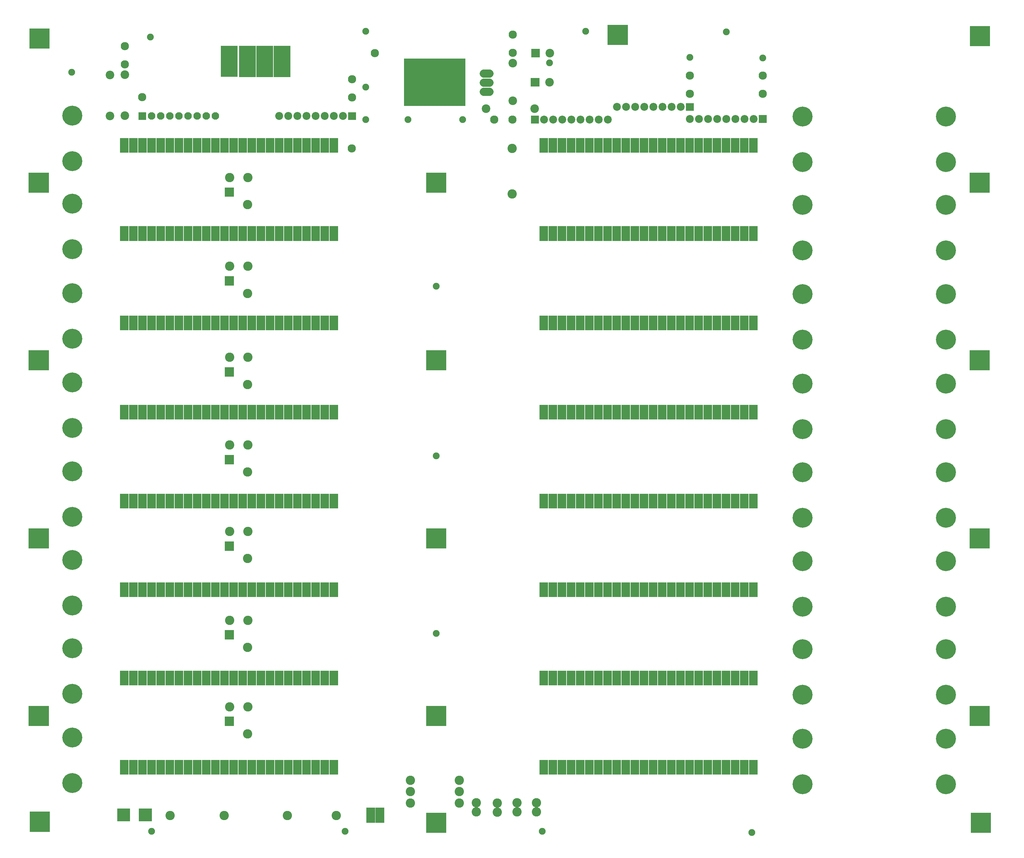
<source format=gbr>
%FSLAX34Y34*%
%MOMM*%
%LNSOLDERMASK_TOP*%
G71*
G01*
%ADD10C, 2.600*%
%ADD11C, 2.600*%
%ADD12C, 5.550*%
%ADD13C, 2.200*%
%ADD14C, 2.100*%
%ADD15C, 2.250*%
%ADD16C, 5.600*%
%ADD17C, 2.400*%
%ADD18C, 2.300*%
%ADD19C, 2.400*%
%ADD20R, 17.200X13.200*%
%ADD21C, 2.300*%
%ADD22C, 1.900*%
%LPD*%
X1317389Y-1179251D02*
G54D10*
D03*
X1317389Y-1204652D02*
G54D10*
D03*
X1372307Y-1203781D02*
G54D10*
D03*
X1372307Y-1178381D02*
G54D10*
D03*
X1259091Y-1178920D02*
G54D10*
D03*
X1259091Y-1204321D02*
G54D10*
D03*
G36*
X258218Y-1194478D02*
X294218Y-1194478D01*
X294218Y-1230478D01*
X258218Y-1230478D01*
X258218Y-1194478D01*
G37*
G36*
X2637175Y-1206613D02*
X2693175Y-1206613D01*
X2693175Y-1262613D01*
X2637175Y-1262613D01*
X2637175Y-1206613D01*
G37*
G36*
X14625Y-1203438D02*
X70625Y-1203438D01*
X70625Y-1259438D01*
X14625Y-1259438D01*
X14625Y-1203438D01*
G37*
G36*
X1119525Y-1206612D02*
X1175525Y-1206612D01*
X1175525Y-1262612D01*
X1119525Y-1262612D01*
X1119525Y-1206612D01*
G37*
G36*
X2634830Y988081D02*
X2690830Y988081D01*
X2690830Y932081D01*
X2634830Y932081D01*
X2634830Y988081D01*
G37*
G36*
X13868Y925732D02*
X13868Y981732D01*
X69868Y981732D01*
X69868Y925732D01*
X13868Y925732D01*
G37*
G36*
X547018Y933366D02*
X593518Y933366D01*
X593518Y846366D01*
X547018Y846366D01*
X547018Y933366D01*
G37*
G36*
X597480Y933241D02*
X643980Y933241D01*
X643980Y846241D01*
X597480Y846241D01*
X597480Y933241D01*
G37*
G36*
X646493Y933240D02*
X692993Y933240D01*
X692993Y846240D01*
X646493Y846240D01*
X646493Y933240D01*
G37*
G36*
X694743Y933240D02*
X741243Y933240D01*
X741243Y846240D01*
X694743Y846240D01*
X694743Y933240D01*
G37*
X1211903Y-1147582D02*
G54D11*
D03*
X1075378Y-1147582D02*
G54D11*
D03*
X1211903Y-1115832D02*
G54D11*
D03*
X1075378Y-1115832D02*
G54D11*
D03*
X1211903Y-1179332D02*
G54D11*
D03*
X1075378Y-1179332D02*
G54D11*
D03*
G36*
X1625180Y991257D02*
X1681180Y991257D01*
X1681180Y935257D01*
X1625180Y935257D01*
X1625180Y991257D01*
G37*
G36*
X1435430Y-1059198D02*
X1458930Y-1059198D01*
X1458930Y-1100198D01*
X1435430Y-1100198D01*
X1435430Y-1059198D01*
G37*
G36*
X1460830Y-1059198D02*
X1484330Y-1059198D01*
X1484330Y-1100198D01*
X1460830Y-1100198D01*
X1460830Y-1059198D01*
G37*
G36*
X1486230Y-1059198D02*
X1509730Y-1059198D01*
X1509730Y-1100198D01*
X1486230Y-1100198D01*
X1486230Y-1059198D01*
G37*
G36*
X1511630Y-1059198D02*
X1535130Y-1059198D01*
X1535130Y-1100198D01*
X1511630Y-1100198D01*
X1511630Y-1059198D01*
G37*
G36*
X1537030Y-1059198D02*
X1560530Y-1059198D01*
X1560530Y-1100198D01*
X1537030Y-1100198D01*
X1537030Y-1059198D01*
G37*
G36*
X1562430Y-1059198D02*
X1585930Y-1059198D01*
X1585930Y-1100198D01*
X1562430Y-1100198D01*
X1562430Y-1059198D01*
G37*
G36*
X1587830Y-1059198D02*
X1611330Y-1059198D01*
X1611330Y-1100198D01*
X1587830Y-1100198D01*
X1587830Y-1059198D01*
G37*
G36*
X1613230Y-1059198D02*
X1636730Y-1059198D01*
X1636730Y-1100198D01*
X1613230Y-1100198D01*
X1613230Y-1059198D01*
G37*
G36*
X1638630Y-1059198D02*
X1662130Y-1059198D01*
X1662130Y-1100198D01*
X1638630Y-1100198D01*
X1638630Y-1059198D01*
G37*
G36*
X1664030Y-1059198D02*
X1687530Y-1059198D01*
X1687530Y-1100198D01*
X1664030Y-1100198D01*
X1664030Y-1059198D01*
G37*
G36*
X1689430Y-1059198D02*
X1712930Y-1059198D01*
X1712930Y-1100198D01*
X1689430Y-1100198D01*
X1689430Y-1059198D01*
G37*
G36*
X1714830Y-1059198D02*
X1738330Y-1059198D01*
X1738330Y-1100198D01*
X1714830Y-1100198D01*
X1714830Y-1059198D01*
G37*
G36*
X1740230Y-1059198D02*
X1763730Y-1059198D01*
X1763730Y-1100198D01*
X1740230Y-1100198D01*
X1740230Y-1059198D01*
G37*
G36*
X1765630Y-1059198D02*
X1789130Y-1059198D01*
X1789130Y-1100198D01*
X1765630Y-1100198D01*
X1765630Y-1059198D01*
G37*
G36*
X1791030Y-1059198D02*
X1814530Y-1059198D01*
X1814530Y-1100198D01*
X1791030Y-1100198D01*
X1791030Y-1059198D01*
G37*
G36*
X1816430Y-1059198D02*
X1839930Y-1059198D01*
X1839930Y-1100198D01*
X1816430Y-1100198D01*
X1816430Y-1059198D01*
G37*
G36*
X1841830Y-1059198D02*
X1865330Y-1059198D01*
X1865330Y-1100198D01*
X1841830Y-1100198D01*
X1841830Y-1059198D01*
G37*
G36*
X1867230Y-1059198D02*
X1890730Y-1059198D01*
X1890730Y-1100198D01*
X1867230Y-1100198D01*
X1867230Y-1059198D01*
G37*
G36*
X1892630Y-1059198D02*
X1916130Y-1059198D01*
X1916130Y-1100198D01*
X1892630Y-1100198D01*
X1892630Y-1059198D01*
G37*
G36*
X1918030Y-1059198D02*
X1941530Y-1059198D01*
X1941530Y-1100198D01*
X1918030Y-1100198D01*
X1918030Y-1059198D01*
G37*
G36*
X1943430Y-1059198D02*
X1966930Y-1059198D01*
X1966930Y-1100198D01*
X1943430Y-1100198D01*
X1943430Y-1059198D01*
G37*
G36*
X1968830Y-1059198D02*
X1992330Y-1059198D01*
X1992330Y-1100198D01*
X1968830Y-1100198D01*
X1968830Y-1059198D01*
G37*
G36*
X1994230Y-1059198D02*
X2017730Y-1059198D01*
X2017730Y-1100198D01*
X1994230Y-1100198D01*
X1994230Y-1059198D01*
G37*
G36*
X2019630Y-1059198D02*
X2043130Y-1059198D01*
X2043130Y-1100198D01*
X2019630Y-1100198D01*
X2019630Y-1059198D01*
G37*
G36*
X266236Y-1059198D02*
X289736Y-1059198D01*
X289736Y-1100198D01*
X266236Y-1100198D01*
X266236Y-1059198D01*
G37*
G36*
X291636Y-1059198D02*
X315136Y-1059198D01*
X315136Y-1100198D01*
X291636Y-1100198D01*
X291636Y-1059198D01*
G37*
G36*
X317036Y-1059198D02*
X340536Y-1059198D01*
X340536Y-1100198D01*
X317036Y-1100198D01*
X317036Y-1059198D01*
G37*
G36*
X342436Y-1059198D02*
X365936Y-1059198D01*
X365936Y-1100198D01*
X342436Y-1100198D01*
X342436Y-1059198D01*
G37*
G36*
X367836Y-1059198D02*
X391336Y-1059198D01*
X391336Y-1100198D01*
X367836Y-1100198D01*
X367836Y-1059198D01*
G37*
G36*
X393236Y-1059198D02*
X416736Y-1059198D01*
X416736Y-1100198D01*
X393236Y-1100198D01*
X393236Y-1059198D01*
G37*
G36*
X418636Y-1059198D02*
X442136Y-1059198D01*
X442136Y-1100198D01*
X418636Y-1100198D01*
X418636Y-1059198D01*
G37*
G36*
X444036Y-1059198D02*
X467536Y-1059198D01*
X467536Y-1100198D01*
X444036Y-1100198D01*
X444036Y-1059198D01*
G37*
G36*
X469436Y-1059198D02*
X492936Y-1059198D01*
X492936Y-1100198D01*
X469436Y-1100198D01*
X469436Y-1059198D01*
G37*
G36*
X494836Y-1059198D02*
X518336Y-1059198D01*
X518336Y-1100198D01*
X494836Y-1100198D01*
X494836Y-1059198D01*
G37*
G36*
X520236Y-1059198D02*
X543736Y-1059198D01*
X543736Y-1100198D01*
X520236Y-1100198D01*
X520236Y-1059198D01*
G37*
G36*
X545636Y-1059198D02*
X569136Y-1059198D01*
X569136Y-1100198D01*
X545636Y-1100198D01*
X545636Y-1059198D01*
G37*
G36*
X571036Y-1059198D02*
X594536Y-1059198D01*
X594536Y-1100198D01*
X571036Y-1100198D01*
X571036Y-1059198D01*
G37*
G36*
X596436Y-1059199D02*
X619936Y-1059199D01*
X619936Y-1100199D01*
X596436Y-1100199D01*
X596436Y-1059199D01*
G37*
G36*
X621836Y-1059199D02*
X645336Y-1059199D01*
X645336Y-1100199D01*
X621836Y-1100199D01*
X621836Y-1059199D01*
G37*
G36*
X647236Y-1059198D02*
X670736Y-1059198D01*
X670736Y-1100198D01*
X647236Y-1100198D01*
X647236Y-1059198D01*
G37*
G36*
X672636Y-1059198D02*
X696136Y-1059198D01*
X696136Y-1100198D01*
X672636Y-1100198D01*
X672636Y-1059198D01*
G37*
G36*
X698036Y-1059198D02*
X721536Y-1059198D01*
X721536Y-1100198D01*
X698036Y-1100198D01*
X698036Y-1059198D01*
G37*
G36*
X723436Y-1059198D02*
X746936Y-1059198D01*
X746936Y-1100198D01*
X723436Y-1100198D01*
X723436Y-1059198D01*
G37*
G36*
X748836Y-1059198D02*
X772336Y-1059198D01*
X772336Y-1100198D01*
X748836Y-1100198D01*
X748836Y-1059198D01*
G37*
G36*
X774236Y-1059198D02*
X797736Y-1059198D01*
X797736Y-1100198D01*
X774236Y-1100198D01*
X774236Y-1059198D01*
G37*
G36*
X799636Y-1059198D02*
X823136Y-1059198D01*
X823136Y-1100198D01*
X799636Y-1100198D01*
X799636Y-1059198D01*
G37*
G36*
X825036Y-1059198D02*
X848536Y-1059198D01*
X848536Y-1100198D01*
X825036Y-1100198D01*
X825036Y-1059198D01*
G37*
G36*
X850436Y-1059198D02*
X873936Y-1059198D01*
X873936Y-1100198D01*
X850436Y-1100198D01*
X850436Y-1059198D01*
G37*
X2168268Y-999662D02*
G54D12*
D03*
X2168268Y-1126662D02*
G54D12*
D03*
X2568318Y-999662D02*
G54D12*
D03*
X2568318Y-1126662D02*
G54D12*
D03*
X133113Y-1123518D02*
G54D12*
D03*
X133113Y-996518D02*
G54D12*
D03*
X571262Y565612D02*
G54D11*
D03*
X622063Y565612D02*
G54D11*
D03*
G36*
X583692Y537980D02*
X583692Y511980D01*
X557692Y511980D01*
X557692Y537980D01*
X583692Y537980D01*
G37*
X621492Y490054D02*
G54D11*
D03*
G36*
X1411162Y738538D02*
X1433162Y738538D01*
X1433162Y716538D01*
X1411162Y716538D01*
X1411162Y738538D01*
G37*
X1447562Y727538D02*
G54D13*
D03*
X1472962Y727538D02*
G54D13*
D03*
X1498362Y727538D02*
G54D13*
D03*
X1523762Y727538D02*
G54D13*
D03*
X1549162Y727538D02*
G54D13*
D03*
X1574562Y727538D02*
G54D13*
D03*
X1599962Y727538D02*
G54D13*
D03*
X1625362Y727538D02*
G54D13*
D03*
X571262Y317962D02*
G54D11*
D03*
X622063Y317962D02*
G54D11*
D03*
G36*
X583692Y290330D02*
X583692Y264330D01*
X557692Y264330D01*
X557692Y290330D01*
X583692Y290330D01*
G37*
X621492Y242404D02*
G54D11*
D03*
X571262Y63962D02*
G54D11*
D03*
X622063Y63962D02*
G54D11*
D03*
G36*
X583692Y36330D02*
X583692Y10330D01*
X557692Y10330D01*
X557692Y36330D01*
X583692Y36330D01*
G37*
X621492Y-11596D02*
G54D11*
D03*
X571262Y-180512D02*
G54D11*
D03*
X622063Y-180513D02*
G54D11*
D03*
G36*
X583692Y-208146D02*
X583692Y-234146D01*
X557692Y-234146D01*
X557692Y-208146D01*
X583692Y-208146D01*
G37*
X621492Y-256071D02*
G54D11*
D03*
X571262Y-421812D02*
G54D11*
D03*
X622063Y-421813D02*
G54D11*
D03*
G36*
X583692Y-449446D02*
X583692Y-475446D01*
X557692Y-475446D01*
X557692Y-449446D01*
X583692Y-449446D01*
G37*
X621492Y-497371D02*
G54D11*
D03*
X571262Y-669462D02*
G54D11*
D03*
X622063Y-669463D02*
G54D11*
D03*
G36*
X583692Y-697096D02*
X583692Y-723096D01*
X557692Y-723096D01*
X557692Y-697096D01*
X583692Y-697096D01*
G37*
X621492Y-745021D02*
G54D11*
D03*
X571262Y-910762D02*
G54D11*
D03*
X622063Y-910763D02*
G54D11*
D03*
G36*
X583692Y-938396D02*
X583692Y-964396D01*
X557692Y-964396D01*
X557692Y-938396D01*
X583692Y-938396D01*
G37*
X621492Y-986321D02*
G54D11*
D03*
G36*
X923574Y726064D02*
X901574Y726064D01*
X901574Y748064D01*
X923574Y748064D01*
X923574Y726064D01*
G37*
X887174Y737064D02*
G54D13*
D03*
X861774Y737064D02*
G54D13*
D03*
X836374Y737064D02*
G54D13*
D03*
X810974Y737064D02*
G54D13*
D03*
X785574Y737064D02*
G54D13*
D03*
X760174Y737064D02*
G54D13*
D03*
X734774Y737064D02*
G54D13*
D03*
X709374Y737064D02*
G54D13*
D03*
G36*
X317873Y747564D02*
X338873Y747564D01*
X338873Y726564D01*
X317873Y726564D01*
X317873Y747564D01*
G37*
X353773Y737064D02*
G54D14*
D03*
X379173Y737064D02*
G54D14*
D03*
X404573Y737064D02*
G54D14*
D03*
X429973Y737064D02*
G54D14*
D03*
X455373Y737064D02*
G54D14*
D03*
X480773Y737064D02*
G54D14*
D03*
X506173Y737064D02*
G54D14*
D03*
X531573Y737064D02*
G54D14*
D03*
G54D15*
X1279038Y805414D02*
X1295538Y805414D01*
G54D15*
X1279038Y830814D02*
X1295538Y830814D01*
G54D15*
X1279038Y856214D02*
X1295538Y856214D01*
X1103138Y830814D02*
G54D16*
D03*
X1421440Y757434D02*
G54D17*
D03*
X1286503Y757434D02*
G54D17*
D03*
X1309111Y727234D02*
G54D18*
D03*
X1359911Y727234D02*
G54D18*
D03*
X1464030Y912838D02*
G54D19*
D03*
G36*
X1436030Y900838D02*
X1412030Y900838D01*
X1412030Y924838D01*
X1436030Y924838D01*
X1436030Y900838D01*
G37*
X1360642Y964795D02*
G54D18*
D03*
X1360641Y913995D02*
G54D18*
D03*
G36*
X318570Y-1194478D02*
X354570Y-1194478D01*
X354570Y-1230478D01*
X318570Y-1230478D01*
X318570Y-1194478D01*
G37*
X279768Y932317D02*
G54D18*
D03*
X279767Y881517D02*
G54D18*
D03*
X1854354Y850495D02*
G54D18*
D03*
X1854354Y799695D02*
G54D18*
D03*
X1426696Y-1178319D02*
G54D10*
D03*
X1426695Y-1203719D02*
G54D10*
D03*
X1143016Y831338D02*
G54D20*
D03*
X976690Y912744D02*
G54D21*
D03*
X1360250Y884700D02*
G54D17*
D03*
X1360250Y779925D02*
G54D17*
D03*
X912725Y840175D02*
G54D18*
D03*
X912724Y789375D02*
G54D18*
D03*
X950675Y727538D02*
G54D22*
D03*
X1068150Y727538D02*
G54D22*
D03*
X1220550Y727538D02*
G54D22*
D03*
X950675Y818025D02*
G54D22*
D03*
X131525Y859300D02*
G54D22*
D03*
X350600Y957725D02*
G54D22*
D03*
X950675Y973600D02*
G54D22*
D03*
X1563450Y973600D02*
G54D22*
D03*
X353775Y-1258425D02*
G54D22*
D03*
X893525Y-1258425D02*
G54D22*
D03*
X1442800Y-1258425D02*
G54D22*
D03*
X2027000Y-1261600D02*
G54D22*
D03*
X1462950Y885275D02*
G54D22*
D03*
X1853962Y900575D02*
G54D22*
D03*
X1359276Y646924D02*
G54D11*
D03*
X1359276Y519924D02*
G54D11*
D03*
X2057554Y850495D02*
G54D18*
D03*
X2057554Y799695D02*
G54D18*
D03*
X2057162Y898988D02*
G54D22*
D03*
X1955893Y972013D02*
G54D22*
D03*
G36*
X976765Y-1192285D02*
X976765Y-1234285D01*
X952765Y-1234285D01*
X952765Y-1192285D01*
X976765Y-1192285D01*
G37*
G36*
X1002165Y-1192285D02*
X1002165Y-1234285D01*
X978165Y-1234285D01*
X978165Y-1192285D01*
X1002165Y-1192285D01*
G37*
X869003Y-1214257D02*
G54D11*
D03*
X732478Y-1214257D02*
G54D11*
D03*
X556266Y-1214257D02*
G54D11*
D03*
X405453Y-1214257D02*
G54D11*
D03*
X237888Y851362D02*
G54D17*
D03*
X237888Y737062D02*
G54D17*
D03*
G36*
X11450Y579326D02*
X67450Y579326D01*
X67450Y523326D01*
X11450Y523326D01*
X11450Y579326D01*
G37*
G36*
X11450Y84026D02*
X67450Y84026D01*
X67450Y28026D01*
X11450Y28026D01*
X11450Y84026D01*
G37*
G36*
X11450Y-908162D02*
X67450Y-908162D01*
X67450Y-964162D01*
X11450Y-964162D01*
X11450Y-908162D01*
G37*
G36*
X2068766Y718114D02*
X2046766Y718114D01*
X2046766Y740114D01*
X2068766Y740114D01*
X2068766Y718114D01*
G37*
X2032366Y729114D02*
G54D13*
D03*
X2006967Y729114D02*
G54D13*
D03*
X1981567Y729114D02*
G54D13*
D03*
X1956167Y729114D02*
G54D13*
D03*
X1930767Y729114D02*
G54D13*
D03*
X1905367Y729114D02*
G54D13*
D03*
X1879967Y729114D02*
G54D13*
D03*
X1854567Y729114D02*
G54D13*
D03*
G36*
X1864960Y751464D02*
X1842960Y751464D01*
X1842960Y773464D01*
X1864960Y773464D01*
X1864960Y751464D01*
G37*
X1828560Y762464D02*
G54D13*
D03*
X1803160Y762464D02*
G54D13*
D03*
X1777760Y762464D02*
G54D13*
D03*
X1752360Y762464D02*
G54D13*
D03*
X1726960Y762464D02*
G54D13*
D03*
X1701560Y762464D02*
G54D13*
D03*
X1676160Y762464D02*
G54D13*
D03*
X1650760Y762464D02*
G54D13*
D03*
G36*
X11450Y-412862D02*
X67450Y-412862D01*
X67450Y-468862D01*
X11450Y-468862D01*
X11450Y-412862D01*
G37*
X1147525Y-705975D02*
G54D22*
D03*
X1147525Y-210675D02*
G54D22*
D03*
X1147525Y262400D02*
G54D22*
D03*
G36*
X1435430Y-809961D02*
X1458930Y-809961D01*
X1458930Y-850961D01*
X1435430Y-850961D01*
X1435430Y-809961D01*
G37*
G36*
X1460830Y-809961D02*
X1484330Y-809961D01*
X1484330Y-850961D01*
X1460830Y-850961D01*
X1460830Y-809961D01*
G37*
G36*
X1486230Y-809961D02*
X1509730Y-809961D01*
X1509730Y-850961D01*
X1486230Y-850961D01*
X1486230Y-809961D01*
G37*
G36*
X1511630Y-809961D02*
X1535130Y-809961D01*
X1535130Y-850961D01*
X1511630Y-850961D01*
X1511630Y-809961D01*
G37*
G36*
X1537030Y-809961D02*
X1560530Y-809961D01*
X1560530Y-850961D01*
X1537030Y-850961D01*
X1537030Y-809961D01*
G37*
G36*
X1562430Y-809961D02*
X1585930Y-809961D01*
X1585930Y-850961D01*
X1562430Y-850961D01*
X1562430Y-809961D01*
G37*
G36*
X1587830Y-809961D02*
X1611330Y-809961D01*
X1611330Y-850961D01*
X1587830Y-850961D01*
X1587830Y-809961D01*
G37*
G36*
X1613230Y-809961D02*
X1636730Y-809961D01*
X1636730Y-850961D01*
X1613230Y-850961D01*
X1613230Y-809961D01*
G37*
G36*
X1638630Y-809961D02*
X1662130Y-809961D01*
X1662130Y-850961D01*
X1638630Y-850961D01*
X1638630Y-809961D01*
G37*
G36*
X1664030Y-809961D02*
X1687530Y-809961D01*
X1687530Y-850961D01*
X1664030Y-850961D01*
X1664030Y-809961D01*
G37*
G36*
X1689430Y-809961D02*
X1712930Y-809961D01*
X1712930Y-850961D01*
X1689430Y-850961D01*
X1689430Y-809961D01*
G37*
G36*
X1714830Y-809961D02*
X1738330Y-809961D01*
X1738330Y-850961D01*
X1714830Y-850961D01*
X1714830Y-809961D01*
G37*
G36*
X1740230Y-809961D02*
X1763730Y-809961D01*
X1763730Y-850961D01*
X1740230Y-850961D01*
X1740230Y-809961D01*
G37*
G36*
X1765630Y-809961D02*
X1789130Y-809961D01*
X1789130Y-850961D01*
X1765630Y-850961D01*
X1765630Y-809961D01*
G37*
G36*
X1791030Y-809961D02*
X1814530Y-809961D01*
X1814530Y-850961D01*
X1791030Y-850961D01*
X1791030Y-809961D01*
G37*
G36*
X1816430Y-809961D02*
X1839930Y-809961D01*
X1839930Y-850961D01*
X1816430Y-850961D01*
X1816430Y-809961D01*
G37*
G36*
X1841830Y-809961D02*
X1865330Y-809961D01*
X1865330Y-850961D01*
X1841830Y-850961D01*
X1841830Y-809961D01*
G37*
G36*
X1867230Y-809961D02*
X1890730Y-809961D01*
X1890730Y-850961D01*
X1867230Y-850961D01*
X1867230Y-809961D01*
G37*
G36*
X1892630Y-809961D02*
X1916130Y-809961D01*
X1916130Y-850961D01*
X1892630Y-850961D01*
X1892630Y-809961D01*
G37*
G36*
X1918030Y-809961D02*
X1941530Y-809961D01*
X1941530Y-850961D01*
X1918030Y-850961D01*
X1918030Y-809961D01*
G37*
G36*
X1943430Y-809961D02*
X1966930Y-809961D01*
X1966930Y-850961D01*
X1943430Y-850961D01*
X1943430Y-809961D01*
G37*
G36*
X1968830Y-809961D02*
X1992330Y-809961D01*
X1992330Y-850961D01*
X1968830Y-850961D01*
X1968830Y-809961D01*
G37*
G36*
X1994230Y-809961D02*
X2017730Y-809961D01*
X2017730Y-850961D01*
X1994230Y-850961D01*
X1994230Y-809961D01*
G37*
G36*
X2019630Y-809961D02*
X2043130Y-809961D01*
X2043130Y-850961D01*
X2019630Y-850961D01*
X2019630Y-809961D01*
G37*
G36*
X266236Y-809961D02*
X289736Y-809961D01*
X289736Y-850961D01*
X266236Y-850961D01*
X266236Y-809961D01*
G37*
G36*
X291636Y-809961D02*
X315136Y-809961D01*
X315136Y-850961D01*
X291636Y-850961D01*
X291636Y-809961D01*
G37*
G36*
X317036Y-809961D02*
X340536Y-809961D01*
X340536Y-850961D01*
X317036Y-850961D01*
X317036Y-809961D01*
G37*
G36*
X342436Y-809961D02*
X365936Y-809961D01*
X365936Y-850961D01*
X342436Y-850961D01*
X342436Y-809961D01*
G37*
G36*
X367836Y-809961D02*
X391336Y-809961D01*
X391336Y-850961D01*
X367836Y-850961D01*
X367836Y-809961D01*
G37*
G36*
X393236Y-809961D02*
X416736Y-809961D01*
X416736Y-850961D01*
X393236Y-850961D01*
X393236Y-809961D01*
G37*
G36*
X418636Y-809961D02*
X442136Y-809961D01*
X442136Y-850961D01*
X418636Y-850961D01*
X418636Y-809961D01*
G37*
G36*
X444036Y-809961D02*
X467536Y-809961D01*
X467536Y-850961D01*
X444036Y-850961D01*
X444036Y-809961D01*
G37*
G36*
X469436Y-809961D02*
X492936Y-809961D01*
X492936Y-850961D01*
X469436Y-850961D01*
X469436Y-809961D01*
G37*
G36*
X494836Y-809961D02*
X518336Y-809961D01*
X518336Y-850961D01*
X494836Y-850961D01*
X494836Y-809961D01*
G37*
G36*
X520236Y-809961D02*
X543736Y-809961D01*
X543736Y-850961D01*
X520236Y-850961D01*
X520236Y-809961D01*
G37*
G36*
X545636Y-809961D02*
X569136Y-809961D01*
X569136Y-850961D01*
X545636Y-850961D01*
X545636Y-809961D01*
G37*
G36*
X571036Y-809961D02*
X594536Y-809961D01*
X594536Y-850961D01*
X571036Y-850961D01*
X571036Y-809961D01*
G37*
G36*
X596436Y-809962D02*
X619936Y-809962D01*
X619936Y-850962D01*
X596436Y-850962D01*
X596436Y-809962D01*
G37*
G36*
X621836Y-809962D02*
X645336Y-809962D01*
X645336Y-850962D01*
X621836Y-850962D01*
X621836Y-809962D01*
G37*
G36*
X647236Y-809961D02*
X670736Y-809961D01*
X670736Y-850961D01*
X647236Y-850961D01*
X647236Y-809961D01*
G37*
G36*
X672636Y-809961D02*
X696136Y-809961D01*
X696136Y-850961D01*
X672636Y-850961D01*
X672636Y-809961D01*
G37*
G36*
X698036Y-809961D02*
X721536Y-809961D01*
X721536Y-850961D01*
X698036Y-850961D01*
X698036Y-809961D01*
G37*
G36*
X723436Y-809961D02*
X746936Y-809961D01*
X746936Y-850961D01*
X723436Y-850961D01*
X723436Y-809961D01*
G37*
G36*
X748836Y-809961D02*
X772336Y-809961D01*
X772336Y-850961D01*
X748836Y-850961D01*
X748836Y-809961D01*
G37*
G36*
X774236Y-809961D02*
X797736Y-809961D01*
X797736Y-850961D01*
X774236Y-850961D01*
X774236Y-809961D01*
G37*
G36*
X799636Y-809961D02*
X823136Y-809961D01*
X823136Y-850961D01*
X799636Y-850961D01*
X799636Y-809961D01*
G37*
G36*
X825036Y-809961D02*
X848536Y-809961D01*
X848536Y-850961D01*
X825036Y-850961D01*
X825036Y-809961D01*
G37*
G36*
X850436Y-809961D02*
X873936Y-809961D01*
X873936Y-850961D01*
X850436Y-850961D01*
X850436Y-809961D01*
G37*
X2168268Y-750425D02*
G54D12*
D03*
X2168268Y-877425D02*
G54D12*
D03*
X2568318Y-750425D02*
G54D12*
D03*
X2568318Y-877425D02*
G54D12*
D03*
X133113Y-874281D02*
G54D12*
D03*
X133113Y-747281D02*
G54D12*
D03*
G36*
X1435430Y-563898D02*
X1458930Y-563898D01*
X1458930Y-604898D01*
X1435430Y-604898D01*
X1435430Y-563898D01*
G37*
G36*
X1460830Y-563898D02*
X1484330Y-563898D01*
X1484330Y-604898D01*
X1460830Y-604898D01*
X1460830Y-563898D01*
G37*
G36*
X1486230Y-563898D02*
X1509730Y-563898D01*
X1509730Y-604898D01*
X1486230Y-604898D01*
X1486230Y-563898D01*
G37*
G36*
X1511630Y-563898D02*
X1535130Y-563898D01*
X1535130Y-604898D01*
X1511630Y-604898D01*
X1511630Y-563898D01*
G37*
G36*
X1537030Y-563898D02*
X1560530Y-563898D01*
X1560530Y-604898D01*
X1537030Y-604898D01*
X1537030Y-563898D01*
G37*
G36*
X1562430Y-563898D02*
X1585930Y-563898D01*
X1585930Y-604898D01*
X1562430Y-604898D01*
X1562430Y-563898D01*
G37*
G36*
X1587830Y-563898D02*
X1611330Y-563898D01*
X1611330Y-604898D01*
X1587830Y-604898D01*
X1587830Y-563898D01*
G37*
G36*
X1613230Y-563898D02*
X1636730Y-563898D01*
X1636730Y-604898D01*
X1613230Y-604898D01*
X1613230Y-563898D01*
G37*
G36*
X1638630Y-563898D02*
X1662130Y-563898D01*
X1662130Y-604898D01*
X1638630Y-604898D01*
X1638630Y-563898D01*
G37*
G36*
X1664030Y-563898D02*
X1687530Y-563898D01*
X1687530Y-604898D01*
X1664030Y-604898D01*
X1664030Y-563898D01*
G37*
G36*
X1689430Y-563898D02*
X1712930Y-563898D01*
X1712930Y-604898D01*
X1689430Y-604898D01*
X1689430Y-563898D01*
G37*
G36*
X1714830Y-563898D02*
X1738330Y-563898D01*
X1738330Y-604898D01*
X1714830Y-604898D01*
X1714830Y-563898D01*
G37*
G36*
X1740230Y-563898D02*
X1763730Y-563898D01*
X1763730Y-604898D01*
X1740230Y-604898D01*
X1740230Y-563898D01*
G37*
G36*
X1765630Y-563898D02*
X1789130Y-563898D01*
X1789130Y-604898D01*
X1765630Y-604898D01*
X1765630Y-563898D01*
G37*
G36*
X1791030Y-563898D02*
X1814530Y-563898D01*
X1814530Y-604898D01*
X1791030Y-604898D01*
X1791030Y-563898D01*
G37*
G36*
X1816430Y-563898D02*
X1839930Y-563898D01*
X1839930Y-604898D01*
X1816430Y-604898D01*
X1816430Y-563898D01*
G37*
G36*
X1841830Y-563898D02*
X1865330Y-563898D01*
X1865330Y-604898D01*
X1841830Y-604898D01*
X1841830Y-563898D01*
G37*
G36*
X1867230Y-563898D02*
X1890730Y-563898D01*
X1890730Y-604898D01*
X1867230Y-604898D01*
X1867230Y-563898D01*
G37*
G36*
X1892630Y-563898D02*
X1916130Y-563898D01*
X1916130Y-604898D01*
X1892630Y-604898D01*
X1892630Y-563898D01*
G37*
G36*
X1918030Y-563898D02*
X1941530Y-563898D01*
X1941530Y-604898D01*
X1918030Y-604898D01*
X1918030Y-563898D01*
G37*
G36*
X1943430Y-563898D02*
X1966930Y-563898D01*
X1966930Y-604898D01*
X1943430Y-604898D01*
X1943430Y-563898D01*
G37*
G36*
X1968830Y-563898D02*
X1992330Y-563898D01*
X1992330Y-604898D01*
X1968830Y-604898D01*
X1968830Y-563898D01*
G37*
G36*
X1994230Y-563898D02*
X2017730Y-563898D01*
X2017730Y-604898D01*
X1994230Y-604898D01*
X1994230Y-563898D01*
G37*
G36*
X2019630Y-563898D02*
X2043130Y-563898D01*
X2043130Y-604898D01*
X2019630Y-604898D01*
X2019630Y-563898D01*
G37*
G36*
X266236Y-563898D02*
X289736Y-563898D01*
X289736Y-604898D01*
X266236Y-604898D01*
X266236Y-563898D01*
G37*
G36*
X291636Y-563898D02*
X315136Y-563898D01*
X315136Y-604898D01*
X291636Y-604898D01*
X291636Y-563898D01*
G37*
G36*
X317036Y-563898D02*
X340536Y-563898D01*
X340536Y-604898D01*
X317036Y-604898D01*
X317036Y-563898D01*
G37*
G36*
X342436Y-563898D02*
X365936Y-563898D01*
X365936Y-604898D01*
X342436Y-604898D01*
X342436Y-563898D01*
G37*
G36*
X367836Y-563898D02*
X391336Y-563898D01*
X391336Y-604898D01*
X367836Y-604898D01*
X367836Y-563898D01*
G37*
G36*
X393236Y-563898D02*
X416736Y-563898D01*
X416736Y-604898D01*
X393236Y-604898D01*
X393236Y-563898D01*
G37*
G36*
X418636Y-563898D02*
X442136Y-563898D01*
X442136Y-604898D01*
X418636Y-604898D01*
X418636Y-563898D01*
G37*
G36*
X444036Y-563898D02*
X467536Y-563898D01*
X467536Y-604898D01*
X444036Y-604898D01*
X444036Y-563898D01*
G37*
G36*
X469436Y-563898D02*
X492936Y-563898D01*
X492936Y-604898D01*
X469436Y-604898D01*
X469436Y-563898D01*
G37*
G36*
X494836Y-563898D02*
X518336Y-563898D01*
X518336Y-604898D01*
X494836Y-604898D01*
X494836Y-563898D01*
G37*
G36*
X520236Y-563898D02*
X543736Y-563898D01*
X543736Y-604898D01*
X520236Y-604898D01*
X520236Y-563898D01*
G37*
G36*
X545636Y-563898D02*
X569136Y-563898D01*
X569136Y-604898D01*
X545636Y-604898D01*
X545636Y-563898D01*
G37*
G36*
X571036Y-563898D02*
X594536Y-563898D01*
X594536Y-604898D01*
X571036Y-604898D01*
X571036Y-563898D01*
G37*
G36*
X596436Y-563899D02*
X619936Y-563899D01*
X619936Y-604899D01*
X596436Y-604899D01*
X596436Y-563899D01*
G37*
G36*
X621836Y-563899D02*
X645336Y-563899D01*
X645336Y-604899D01*
X621836Y-604899D01*
X621836Y-563899D01*
G37*
G36*
X647236Y-563898D02*
X670736Y-563898D01*
X670736Y-604898D01*
X647236Y-604898D01*
X647236Y-563898D01*
G37*
G36*
X672636Y-563898D02*
X696136Y-563898D01*
X696136Y-604898D01*
X672636Y-604898D01*
X672636Y-563898D01*
G37*
G36*
X698036Y-563898D02*
X721536Y-563898D01*
X721536Y-604898D01*
X698036Y-604898D01*
X698036Y-563898D01*
G37*
G36*
X723436Y-563898D02*
X746936Y-563898D01*
X746936Y-604898D01*
X723436Y-604898D01*
X723436Y-563898D01*
G37*
G36*
X748836Y-563898D02*
X772336Y-563898D01*
X772336Y-604898D01*
X748836Y-604898D01*
X748836Y-563898D01*
G37*
G36*
X774236Y-563898D02*
X797736Y-563898D01*
X797736Y-604898D01*
X774236Y-604898D01*
X774236Y-563898D01*
G37*
G36*
X799636Y-563898D02*
X823136Y-563898D01*
X823136Y-604898D01*
X799636Y-604898D01*
X799636Y-563898D01*
G37*
G36*
X825036Y-563898D02*
X848536Y-563898D01*
X848536Y-604898D01*
X825036Y-604898D01*
X825036Y-563898D01*
G37*
G36*
X850436Y-563898D02*
X873936Y-563898D01*
X873936Y-604898D01*
X850436Y-604898D01*
X850436Y-563898D01*
G37*
X2168268Y-504362D02*
G54D12*
D03*
X2168268Y-631362D02*
G54D12*
D03*
X2568318Y-504362D02*
G54D12*
D03*
X2568318Y-631362D02*
G54D12*
D03*
X133113Y-628218D02*
G54D12*
D03*
X133113Y-501218D02*
G54D12*
D03*
G36*
X1435430Y-316248D02*
X1458930Y-316248D01*
X1458930Y-357248D01*
X1435430Y-357248D01*
X1435430Y-316248D01*
G37*
G36*
X1460830Y-316248D02*
X1484330Y-316248D01*
X1484330Y-357248D01*
X1460830Y-357248D01*
X1460830Y-316248D01*
G37*
G36*
X1486230Y-316248D02*
X1509730Y-316248D01*
X1509730Y-357248D01*
X1486230Y-357248D01*
X1486230Y-316248D01*
G37*
G36*
X1511630Y-316248D02*
X1535130Y-316248D01*
X1535130Y-357248D01*
X1511630Y-357248D01*
X1511630Y-316248D01*
G37*
G36*
X1537030Y-316248D02*
X1560530Y-316248D01*
X1560530Y-357248D01*
X1537030Y-357248D01*
X1537030Y-316248D01*
G37*
G36*
X1562430Y-316248D02*
X1585930Y-316248D01*
X1585930Y-357248D01*
X1562430Y-357248D01*
X1562430Y-316248D01*
G37*
G36*
X1587830Y-316248D02*
X1611330Y-316248D01*
X1611330Y-357248D01*
X1587830Y-357248D01*
X1587830Y-316248D01*
G37*
G36*
X1613230Y-316248D02*
X1636730Y-316248D01*
X1636730Y-357248D01*
X1613230Y-357248D01*
X1613230Y-316248D01*
G37*
G36*
X1638630Y-316248D02*
X1662130Y-316248D01*
X1662130Y-357248D01*
X1638630Y-357248D01*
X1638630Y-316248D01*
G37*
G36*
X1664030Y-316248D02*
X1687530Y-316248D01*
X1687530Y-357248D01*
X1664030Y-357248D01*
X1664030Y-316248D01*
G37*
G36*
X1689430Y-316248D02*
X1712930Y-316248D01*
X1712930Y-357248D01*
X1689430Y-357248D01*
X1689430Y-316248D01*
G37*
G36*
X1714830Y-316248D02*
X1738330Y-316248D01*
X1738330Y-357248D01*
X1714830Y-357248D01*
X1714830Y-316248D01*
G37*
G36*
X1740230Y-316248D02*
X1763730Y-316248D01*
X1763730Y-357248D01*
X1740230Y-357248D01*
X1740230Y-316248D01*
G37*
G36*
X1765630Y-316248D02*
X1789130Y-316248D01*
X1789130Y-357248D01*
X1765630Y-357248D01*
X1765630Y-316248D01*
G37*
G36*
X1791030Y-316248D02*
X1814530Y-316248D01*
X1814530Y-357248D01*
X1791030Y-357248D01*
X1791030Y-316248D01*
G37*
G36*
X1816430Y-316248D02*
X1839930Y-316248D01*
X1839930Y-357248D01*
X1816430Y-357248D01*
X1816430Y-316248D01*
G37*
G36*
X1841830Y-316248D02*
X1865330Y-316248D01*
X1865330Y-357248D01*
X1841830Y-357248D01*
X1841830Y-316248D01*
G37*
G36*
X1867230Y-316248D02*
X1890730Y-316248D01*
X1890730Y-357248D01*
X1867230Y-357248D01*
X1867230Y-316248D01*
G37*
G36*
X1892630Y-316248D02*
X1916130Y-316248D01*
X1916130Y-357248D01*
X1892630Y-357248D01*
X1892630Y-316248D01*
G37*
G36*
X1918030Y-316248D02*
X1941530Y-316248D01*
X1941530Y-357248D01*
X1918030Y-357248D01*
X1918030Y-316248D01*
G37*
G36*
X1943430Y-316248D02*
X1966930Y-316248D01*
X1966930Y-357248D01*
X1943430Y-357248D01*
X1943430Y-316248D01*
G37*
G36*
X1968830Y-316248D02*
X1992330Y-316248D01*
X1992330Y-357248D01*
X1968830Y-357248D01*
X1968830Y-316248D01*
G37*
G36*
X1994230Y-316248D02*
X2017730Y-316248D01*
X2017730Y-357248D01*
X1994230Y-357248D01*
X1994230Y-316248D01*
G37*
G36*
X2019630Y-316248D02*
X2043130Y-316248D01*
X2043130Y-357248D01*
X2019630Y-357248D01*
X2019630Y-316248D01*
G37*
G36*
X266236Y-316248D02*
X289736Y-316248D01*
X289736Y-357248D01*
X266236Y-357248D01*
X266236Y-316248D01*
G37*
G36*
X291636Y-316248D02*
X315136Y-316248D01*
X315136Y-357248D01*
X291636Y-357248D01*
X291636Y-316248D01*
G37*
G36*
X317036Y-316248D02*
X340536Y-316248D01*
X340536Y-357248D01*
X317036Y-357248D01*
X317036Y-316248D01*
G37*
G36*
X342436Y-316248D02*
X365936Y-316248D01*
X365936Y-357248D01*
X342436Y-357248D01*
X342436Y-316248D01*
G37*
G36*
X367836Y-316248D02*
X391336Y-316248D01*
X391336Y-357248D01*
X367836Y-357248D01*
X367836Y-316248D01*
G37*
G36*
X393236Y-316248D02*
X416736Y-316248D01*
X416736Y-357248D01*
X393236Y-357248D01*
X393236Y-316248D01*
G37*
G36*
X418636Y-316248D02*
X442136Y-316248D01*
X442136Y-357248D01*
X418636Y-357248D01*
X418636Y-316248D01*
G37*
G36*
X444036Y-316248D02*
X467536Y-316248D01*
X467536Y-357248D01*
X444036Y-357248D01*
X444036Y-316248D01*
G37*
G36*
X469436Y-316248D02*
X492936Y-316248D01*
X492936Y-357248D01*
X469436Y-357248D01*
X469436Y-316248D01*
G37*
G36*
X494836Y-316248D02*
X518336Y-316248D01*
X518336Y-357248D01*
X494836Y-357248D01*
X494836Y-316248D01*
G37*
G36*
X520236Y-316248D02*
X543736Y-316248D01*
X543736Y-357248D01*
X520236Y-357248D01*
X520236Y-316248D01*
G37*
G36*
X545636Y-316248D02*
X569136Y-316248D01*
X569136Y-357248D01*
X545636Y-357248D01*
X545636Y-316248D01*
G37*
G36*
X571036Y-316248D02*
X594536Y-316248D01*
X594536Y-357248D01*
X571036Y-357248D01*
X571036Y-316248D01*
G37*
G36*
X596436Y-316249D02*
X619936Y-316249D01*
X619936Y-357249D01*
X596436Y-357249D01*
X596436Y-316249D01*
G37*
G36*
X621836Y-316249D02*
X645336Y-316249D01*
X645336Y-357249D01*
X621836Y-357249D01*
X621836Y-316249D01*
G37*
G36*
X647236Y-316248D02*
X670736Y-316248D01*
X670736Y-357248D01*
X647236Y-357248D01*
X647236Y-316248D01*
G37*
G36*
X672636Y-316248D02*
X696136Y-316248D01*
X696136Y-357248D01*
X672636Y-357248D01*
X672636Y-316248D01*
G37*
G36*
X698036Y-316248D02*
X721536Y-316248D01*
X721536Y-357248D01*
X698036Y-357248D01*
X698036Y-316248D01*
G37*
G36*
X723436Y-316248D02*
X746936Y-316248D01*
X746936Y-357248D01*
X723436Y-357248D01*
X723436Y-316248D01*
G37*
G36*
X748836Y-316248D02*
X772336Y-316248D01*
X772336Y-357248D01*
X748836Y-357248D01*
X748836Y-316248D01*
G37*
G36*
X774236Y-316248D02*
X797736Y-316248D01*
X797736Y-357248D01*
X774236Y-357248D01*
X774236Y-316248D01*
G37*
G36*
X799636Y-316248D02*
X823136Y-316248D01*
X823136Y-357248D01*
X799636Y-357248D01*
X799636Y-316248D01*
G37*
G36*
X825036Y-316248D02*
X848536Y-316248D01*
X848536Y-357248D01*
X825036Y-357248D01*
X825036Y-316248D01*
G37*
G36*
X850436Y-316248D02*
X873936Y-316248D01*
X873936Y-357248D01*
X850436Y-357248D01*
X850436Y-316248D01*
G37*
X2168268Y-256712D02*
G54D12*
D03*
X2168268Y-383712D02*
G54D12*
D03*
X2568318Y-256712D02*
G54D12*
D03*
X2568318Y-383712D02*
G54D12*
D03*
X133113Y-380568D02*
G54D12*
D03*
X133113Y-253568D02*
G54D12*
D03*
G36*
X1435430Y-68598D02*
X1458930Y-68598D01*
X1458930Y-109598D01*
X1435430Y-109598D01*
X1435430Y-68598D01*
G37*
G36*
X1460830Y-68598D02*
X1484330Y-68598D01*
X1484330Y-109598D01*
X1460830Y-109598D01*
X1460830Y-68598D01*
G37*
G36*
X1486230Y-68598D02*
X1509730Y-68598D01*
X1509730Y-109598D01*
X1486230Y-109598D01*
X1486230Y-68598D01*
G37*
G36*
X1511630Y-68598D02*
X1535130Y-68598D01*
X1535130Y-109598D01*
X1511630Y-109598D01*
X1511630Y-68598D01*
G37*
G36*
X1537030Y-68598D02*
X1560530Y-68598D01*
X1560530Y-109598D01*
X1537030Y-109598D01*
X1537030Y-68598D01*
G37*
G36*
X1562430Y-68598D02*
X1585930Y-68598D01*
X1585930Y-109598D01*
X1562430Y-109598D01*
X1562430Y-68598D01*
G37*
G36*
X1587830Y-68598D02*
X1611330Y-68598D01*
X1611330Y-109598D01*
X1587830Y-109598D01*
X1587830Y-68598D01*
G37*
G36*
X1613230Y-68598D02*
X1636730Y-68598D01*
X1636730Y-109598D01*
X1613230Y-109598D01*
X1613230Y-68598D01*
G37*
G36*
X1638630Y-68598D02*
X1662130Y-68598D01*
X1662130Y-109598D01*
X1638630Y-109598D01*
X1638630Y-68598D01*
G37*
G36*
X1664030Y-68598D02*
X1687530Y-68598D01*
X1687530Y-109598D01*
X1664030Y-109598D01*
X1664030Y-68598D01*
G37*
G36*
X1689430Y-68598D02*
X1712930Y-68598D01*
X1712930Y-109598D01*
X1689430Y-109598D01*
X1689430Y-68598D01*
G37*
G36*
X1714830Y-68598D02*
X1738330Y-68598D01*
X1738330Y-109598D01*
X1714830Y-109598D01*
X1714830Y-68598D01*
G37*
G36*
X1740230Y-68598D02*
X1763730Y-68598D01*
X1763730Y-109598D01*
X1740230Y-109598D01*
X1740230Y-68598D01*
G37*
G36*
X1765630Y-68598D02*
X1789130Y-68598D01*
X1789130Y-109598D01*
X1765630Y-109598D01*
X1765630Y-68598D01*
G37*
G36*
X1791030Y-68598D02*
X1814530Y-68598D01*
X1814530Y-109598D01*
X1791030Y-109598D01*
X1791030Y-68598D01*
G37*
G36*
X1816430Y-68598D02*
X1839930Y-68598D01*
X1839930Y-109598D01*
X1816430Y-109598D01*
X1816430Y-68598D01*
G37*
G36*
X1841830Y-68598D02*
X1865330Y-68598D01*
X1865330Y-109598D01*
X1841830Y-109598D01*
X1841830Y-68598D01*
G37*
G36*
X1867230Y-68598D02*
X1890730Y-68598D01*
X1890730Y-109598D01*
X1867230Y-109598D01*
X1867230Y-68598D01*
G37*
G36*
X1892630Y-68598D02*
X1916130Y-68598D01*
X1916130Y-109598D01*
X1892630Y-109598D01*
X1892630Y-68598D01*
G37*
G36*
X1918030Y-68598D02*
X1941530Y-68598D01*
X1941530Y-109598D01*
X1918030Y-109598D01*
X1918030Y-68598D01*
G37*
G36*
X1943430Y-68598D02*
X1966930Y-68598D01*
X1966930Y-109598D01*
X1943430Y-109598D01*
X1943430Y-68598D01*
G37*
G36*
X1968830Y-68598D02*
X1992330Y-68598D01*
X1992330Y-109598D01*
X1968830Y-109598D01*
X1968830Y-68598D01*
G37*
G36*
X1994230Y-68598D02*
X2017730Y-68598D01*
X2017730Y-109598D01*
X1994230Y-109598D01*
X1994230Y-68598D01*
G37*
G36*
X2019630Y-68598D02*
X2043130Y-68598D01*
X2043130Y-109598D01*
X2019630Y-109598D01*
X2019630Y-68598D01*
G37*
G36*
X266236Y-68598D02*
X289736Y-68598D01*
X289736Y-109598D01*
X266236Y-109598D01*
X266236Y-68598D01*
G37*
G36*
X291636Y-68598D02*
X315136Y-68598D01*
X315136Y-109598D01*
X291636Y-109598D01*
X291636Y-68598D01*
G37*
G36*
X317036Y-68598D02*
X340536Y-68598D01*
X340536Y-109598D01*
X317036Y-109598D01*
X317036Y-68598D01*
G37*
G36*
X342436Y-68598D02*
X365936Y-68598D01*
X365936Y-109598D01*
X342436Y-109598D01*
X342436Y-68598D01*
G37*
G36*
X367836Y-68598D02*
X391336Y-68598D01*
X391336Y-109598D01*
X367836Y-109598D01*
X367836Y-68598D01*
G37*
G36*
X393236Y-68598D02*
X416736Y-68598D01*
X416736Y-109598D01*
X393236Y-109598D01*
X393236Y-68598D01*
G37*
G36*
X418636Y-68598D02*
X442136Y-68598D01*
X442136Y-109598D01*
X418636Y-109598D01*
X418636Y-68598D01*
G37*
G36*
X444036Y-68598D02*
X467536Y-68598D01*
X467536Y-109598D01*
X444036Y-109598D01*
X444036Y-68598D01*
G37*
G36*
X469436Y-68598D02*
X492936Y-68598D01*
X492936Y-109598D01*
X469436Y-109598D01*
X469436Y-68598D01*
G37*
G36*
X494836Y-68598D02*
X518336Y-68598D01*
X518336Y-109598D01*
X494836Y-109598D01*
X494836Y-68598D01*
G37*
G36*
X520236Y-68598D02*
X543736Y-68598D01*
X543736Y-109598D01*
X520236Y-109598D01*
X520236Y-68598D01*
G37*
G36*
X545636Y-68598D02*
X569136Y-68598D01*
X569136Y-109598D01*
X545636Y-109598D01*
X545636Y-68598D01*
G37*
G36*
X571036Y-68598D02*
X594536Y-68598D01*
X594536Y-109598D01*
X571036Y-109598D01*
X571036Y-68598D01*
G37*
G36*
X596436Y-68599D02*
X619936Y-68599D01*
X619936Y-109599D01*
X596436Y-109599D01*
X596436Y-68599D01*
G37*
G36*
X621836Y-68599D02*
X645336Y-68599D01*
X645336Y-109599D01*
X621836Y-109599D01*
X621836Y-68599D01*
G37*
G36*
X647236Y-68598D02*
X670736Y-68598D01*
X670736Y-109598D01*
X647236Y-109598D01*
X647236Y-68598D01*
G37*
G36*
X672636Y-68598D02*
X696136Y-68598D01*
X696136Y-109598D01*
X672636Y-109598D01*
X672636Y-68598D01*
G37*
G36*
X698036Y-68598D02*
X721536Y-68598D01*
X721536Y-109598D01*
X698036Y-109598D01*
X698036Y-68598D01*
G37*
G36*
X723436Y-68598D02*
X746936Y-68598D01*
X746936Y-109598D01*
X723436Y-109598D01*
X723436Y-68598D01*
G37*
G36*
X748836Y-68598D02*
X772336Y-68598D01*
X772336Y-109598D01*
X748836Y-109598D01*
X748836Y-68598D01*
G37*
G36*
X774236Y-68598D02*
X797736Y-68598D01*
X797736Y-109598D01*
X774236Y-109598D01*
X774236Y-68598D01*
G37*
G36*
X799636Y-68598D02*
X823136Y-68598D01*
X823136Y-109598D01*
X799636Y-109598D01*
X799636Y-68598D01*
G37*
G36*
X825036Y-68598D02*
X848536Y-68598D01*
X848536Y-109598D01*
X825036Y-109598D01*
X825036Y-68598D01*
G37*
G36*
X850436Y-68598D02*
X873936Y-68598D01*
X873936Y-109598D01*
X850436Y-109598D01*
X850436Y-68598D01*
G37*
X2168268Y-9062D02*
G54D12*
D03*
X2168268Y-136062D02*
G54D12*
D03*
X2568318Y-9062D02*
G54D12*
D03*
X2568318Y-136062D02*
G54D12*
D03*
X133113Y-132918D02*
G54D12*
D03*
X133113Y-5918D02*
G54D12*
D03*
G36*
X1435430Y180639D02*
X1458930Y180639D01*
X1458930Y139639D01*
X1435430Y139639D01*
X1435430Y180639D01*
G37*
G36*
X1460830Y180639D02*
X1484330Y180639D01*
X1484330Y139639D01*
X1460830Y139639D01*
X1460830Y180639D01*
G37*
G36*
X1486230Y180639D02*
X1509730Y180639D01*
X1509730Y139639D01*
X1486230Y139639D01*
X1486230Y180639D01*
G37*
G36*
X1511630Y180639D02*
X1535130Y180639D01*
X1535130Y139639D01*
X1511630Y139639D01*
X1511630Y180639D01*
G37*
G36*
X1537030Y180639D02*
X1560530Y180639D01*
X1560530Y139639D01*
X1537030Y139639D01*
X1537030Y180639D01*
G37*
G36*
X1562430Y180639D02*
X1585930Y180639D01*
X1585930Y139639D01*
X1562430Y139639D01*
X1562430Y180639D01*
G37*
G36*
X1587830Y180639D02*
X1611330Y180639D01*
X1611330Y139639D01*
X1587830Y139639D01*
X1587830Y180639D01*
G37*
G36*
X1613230Y180639D02*
X1636730Y180639D01*
X1636730Y139639D01*
X1613230Y139639D01*
X1613230Y180639D01*
G37*
G36*
X1638630Y180639D02*
X1662130Y180639D01*
X1662130Y139639D01*
X1638630Y139639D01*
X1638630Y180639D01*
G37*
G36*
X1664030Y180639D02*
X1687530Y180639D01*
X1687530Y139639D01*
X1664030Y139639D01*
X1664030Y180639D01*
G37*
G36*
X1689430Y180639D02*
X1712930Y180639D01*
X1712930Y139639D01*
X1689430Y139639D01*
X1689430Y180639D01*
G37*
G36*
X1714830Y180639D02*
X1738330Y180639D01*
X1738330Y139639D01*
X1714830Y139639D01*
X1714830Y180639D01*
G37*
G36*
X1740230Y180639D02*
X1763730Y180639D01*
X1763730Y139639D01*
X1740230Y139639D01*
X1740230Y180639D01*
G37*
G36*
X1765630Y180639D02*
X1789130Y180639D01*
X1789130Y139639D01*
X1765630Y139639D01*
X1765630Y180639D01*
G37*
G36*
X1791030Y180639D02*
X1814530Y180639D01*
X1814530Y139639D01*
X1791030Y139639D01*
X1791030Y180639D01*
G37*
G36*
X1816430Y180639D02*
X1839930Y180639D01*
X1839930Y139639D01*
X1816430Y139639D01*
X1816430Y180639D01*
G37*
G36*
X1841830Y180639D02*
X1865330Y180639D01*
X1865330Y139639D01*
X1841830Y139639D01*
X1841830Y180639D01*
G37*
G36*
X1867230Y180639D02*
X1890730Y180639D01*
X1890730Y139639D01*
X1867230Y139639D01*
X1867230Y180639D01*
G37*
G36*
X1892630Y180639D02*
X1916130Y180639D01*
X1916130Y139639D01*
X1892630Y139639D01*
X1892630Y180639D01*
G37*
G36*
X1918030Y180639D02*
X1941530Y180639D01*
X1941530Y139639D01*
X1918030Y139639D01*
X1918030Y180639D01*
G37*
G36*
X1943430Y180639D02*
X1966930Y180639D01*
X1966930Y139639D01*
X1943430Y139639D01*
X1943430Y180639D01*
G37*
G36*
X1968830Y180639D02*
X1992330Y180639D01*
X1992330Y139639D01*
X1968830Y139639D01*
X1968830Y180639D01*
G37*
G36*
X1994230Y180639D02*
X2017730Y180639D01*
X2017730Y139639D01*
X1994230Y139639D01*
X1994230Y180639D01*
G37*
G36*
X2019630Y180639D02*
X2043130Y180639D01*
X2043130Y139639D01*
X2019630Y139639D01*
X2019630Y180639D01*
G37*
G36*
X266236Y180639D02*
X289736Y180639D01*
X289736Y139639D01*
X266236Y139639D01*
X266236Y180639D01*
G37*
G36*
X291636Y180639D02*
X315136Y180639D01*
X315136Y139639D01*
X291636Y139639D01*
X291636Y180639D01*
G37*
G36*
X317036Y180639D02*
X340536Y180639D01*
X340536Y139639D01*
X317036Y139639D01*
X317036Y180639D01*
G37*
G36*
X342436Y180639D02*
X365936Y180639D01*
X365936Y139639D01*
X342436Y139639D01*
X342436Y180639D01*
G37*
G36*
X367836Y180639D02*
X391336Y180639D01*
X391336Y139639D01*
X367836Y139639D01*
X367836Y180639D01*
G37*
G36*
X393236Y180639D02*
X416736Y180639D01*
X416736Y139639D01*
X393236Y139639D01*
X393236Y180639D01*
G37*
G36*
X418636Y180639D02*
X442136Y180639D01*
X442136Y139639D01*
X418636Y139639D01*
X418636Y180639D01*
G37*
G36*
X444036Y180639D02*
X467536Y180639D01*
X467536Y139639D01*
X444036Y139639D01*
X444036Y180639D01*
G37*
G36*
X469436Y180639D02*
X492936Y180639D01*
X492936Y139639D01*
X469436Y139639D01*
X469436Y180639D01*
G37*
G36*
X494836Y180639D02*
X518336Y180639D01*
X518336Y139639D01*
X494836Y139639D01*
X494836Y180639D01*
G37*
G36*
X520236Y180639D02*
X543736Y180639D01*
X543736Y139639D01*
X520236Y139639D01*
X520236Y180639D01*
G37*
G36*
X545636Y180639D02*
X569136Y180639D01*
X569136Y139639D01*
X545636Y139639D01*
X545636Y180639D01*
G37*
G36*
X571036Y180639D02*
X594536Y180639D01*
X594536Y139639D01*
X571036Y139639D01*
X571036Y180639D01*
G37*
G36*
X596436Y180638D02*
X619936Y180638D01*
X619936Y139638D01*
X596436Y139638D01*
X596436Y180638D01*
G37*
G36*
X621836Y180638D02*
X645336Y180638D01*
X645336Y139638D01*
X621836Y139638D01*
X621836Y180638D01*
G37*
G36*
X647236Y180639D02*
X670736Y180639D01*
X670736Y139639D01*
X647236Y139639D01*
X647236Y180639D01*
G37*
G36*
X672636Y180639D02*
X696136Y180639D01*
X696136Y139639D01*
X672636Y139639D01*
X672636Y180639D01*
G37*
G36*
X698036Y180639D02*
X721536Y180639D01*
X721536Y139639D01*
X698036Y139639D01*
X698036Y180639D01*
G37*
G36*
X723436Y180639D02*
X746936Y180639D01*
X746936Y139639D01*
X723436Y139639D01*
X723436Y180639D01*
G37*
G36*
X748836Y180639D02*
X772336Y180639D01*
X772336Y139639D01*
X748836Y139639D01*
X748836Y180639D01*
G37*
G36*
X774236Y180639D02*
X797736Y180639D01*
X797736Y139639D01*
X774236Y139639D01*
X774236Y180639D01*
G37*
G36*
X799636Y180639D02*
X823136Y180639D01*
X823136Y139639D01*
X799636Y139639D01*
X799636Y180639D01*
G37*
G36*
X825036Y180639D02*
X848536Y180639D01*
X848536Y139639D01*
X825036Y139639D01*
X825036Y180639D01*
G37*
G36*
X850436Y180639D02*
X873936Y180639D01*
X873936Y139639D01*
X850436Y139639D01*
X850436Y180639D01*
G37*
X2168268Y240175D02*
G54D12*
D03*
X2168268Y113175D02*
G54D12*
D03*
X2568318Y240175D02*
G54D12*
D03*
X2568318Y113175D02*
G54D12*
D03*
X133113Y116319D02*
G54D12*
D03*
X133113Y243319D02*
G54D12*
D03*
G36*
X1435430Y429876D02*
X1458930Y429876D01*
X1458930Y388876D01*
X1435430Y388876D01*
X1435430Y429876D01*
G37*
G36*
X1460830Y429876D02*
X1484330Y429876D01*
X1484330Y388876D01*
X1460830Y388876D01*
X1460830Y429876D01*
G37*
G36*
X1486230Y429876D02*
X1509730Y429876D01*
X1509730Y388876D01*
X1486230Y388876D01*
X1486230Y429876D01*
G37*
G36*
X1511630Y429876D02*
X1535130Y429876D01*
X1535130Y388876D01*
X1511630Y388876D01*
X1511630Y429876D01*
G37*
G36*
X1537030Y429876D02*
X1560530Y429876D01*
X1560530Y388876D01*
X1537030Y388876D01*
X1537030Y429876D01*
G37*
G36*
X1562430Y429876D02*
X1585930Y429876D01*
X1585930Y388876D01*
X1562430Y388876D01*
X1562430Y429876D01*
G37*
G36*
X1587830Y429876D02*
X1611330Y429876D01*
X1611330Y388876D01*
X1587830Y388876D01*
X1587830Y429876D01*
G37*
G36*
X1613230Y429876D02*
X1636730Y429876D01*
X1636730Y388876D01*
X1613230Y388876D01*
X1613230Y429876D01*
G37*
G36*
X1638630Y429876D02*
X1662130Y429876D01*
X1662130Y388876D01*
X1638630Y388876D01*
X1638630Y429876D01*
G37*
G36*
X1664030Y429876D02*
X1687530Y429876D01*
X1687530Y388876D01*
X1664030Y388876D01*
X1664030Y429876D01*
G37*
G36*
X1689430Y429876D02*
X1712930Y429876D01*
X1712930Y388876D01*
X1689430Y388876D01*
X1689430Y429876D01*
G37*
G36*
X1714830Y429876D02*
X1738330Y429876D01*
X1738330Y388876D01*
X1714830Y388876D01*
X1714830Y429876D01*
G37*
G36*
X1740230Y429876D02*
X1763730Y429876D01*
X1763730Y388876D01*
X1740230Y388876D01*
X1740230Y429876D01*
G37*
G36*
X1765630Y429876D02*
X1789130Y429876D01*
X1789130Y388876D01*
X1765630Y388876D01*
X1765630Y429876D01*
G37*
G36*
X1791030Y429876D02*
X1814530Y429876D01*
X1814530Y388876D01*
X1791030Y388876D01*
X1791030Y429876D01*
G37*
G36*
X1816430Y429876D02*
X1839930Y429876D01*
X1839930Y388876D01*
X1816430Y388876D01*
X1816430Y429876D01*
G37*
G36*
X1841830Y429876D02*
X1865330Y429876D01*
X1865330Y388876D01*
X1841830Y388876D01*
X1841830Y429876D01*
G37*
G36*
X1867230Y429876D02*
X1890730Y429876D01*
X1890730Y388876D01*
X1867230Y388876D01*
X1867230Y429876D01*
G37*
G36*
X1892630Y429876D02*
X1916130Y429876D01*
X1916130Y388876D01*
X1892630Y388876D01*
X1892630Y429876D01*
G37*
G36*
X1918030Y429876D02*
X1941530Y429876D01*
X1941530Y388876D01*
X1918030Y388876D01*
X1918030Y429876D01*
G37*
G36*
X1943430Y429876D02*
X1966930Y429876D01*
X1966930Y388876D01*
X1943430Y388876D01*
X1943430Y429876D01*
G37*
G36*
X1968830Y429876D02*
X1992330Y429876D01*
X1992330Y388876D01*
X1968830Y388876D01*
X1968830Y429876D01*
G37*
G36*
X1994230Y429876D02*
X2017730Y429876D01*
X2017730Y388876D01*
X1994230Y388876D01*
X1994230Y429876D01*
G37*
G36*
X2019630Y429876D02*
X2043130Y429876D01*
X2043130Y388876D01*
X2019630Y388876D01*
X2019630Y429876D01*
G37*
G36*
X266236Y429876D02*
X289736Y429876D01*
X289736Y388876D01*
X266236Y388876D01*
X266236Y429876D01*
G37*
G36*
X291636Y429876D02*
X315136Y429876D01*
X315136Y388876D01*
X291636Y388876D01*
X291636Y429876D01*
G37*
G36*
X317036Y429876D02*
X340536Y429876D01*
X340536Y388876D01*
X317036Y388876D01*
X317036Y429876D01*
G37*
G36*
X342436Y429876D02*
X365936Y429876D01*
X365936Y388876D01*
X342436Y388876D01*
X342436Y429876D01*
G37*
G36*
X367836Y429876D02*
X391336Y429876D01*
X391336Y388876D01*
X367836Y388876D01*
X367836Y429876D01*
G37*
G36*
X393236Y429876D02*
X416736Y429876D01*
X416736Y388876D01*
X393236Y388876D01*
X393236Y429876D01*
G37*
G36*
X418636Y429876D02*
X442136Y429876D01*
X442136Y388876D01*
X418636Y388876D01*
X418636Y429876D01*
G37*
G36*
X444036Y429876D02*
X467536Y429876D01*
X467536Y388876D01*
X444036Y388876D01*
X444036Y429876D01*
G37*
G36*
X469436Y429876D02*
X492936Y429876D01*
X492936Y388876D01*
X469436Y388876D01*
X469436Y429876D01*
G37*
G36*
X494836Y429876D02*
X518336Y429876D01*
X518336Y388876D01*
X494836Y388876D01*
X494836Y429876D01*
G37*
G36*
X520236Y429876D02*
X543736Y429876D01*
X543736Y388876D01*
X520236Y388876D01*
X520236Y429876D01*
G37*
G36*
X545636Y429876D02*
X569136Y429876D01*
X569136Y388876D01*
X545636Y388876D01*
X545636Y429876D01*
G37*
G36*
X571036Y429876D02*
X594536Y429876D01*
X594536Y388876D01*
X571036Y388876D01*
X571036Y429876D01*
G37*
G36*
X596436Y429876D02*
X619936Y429876D01*
X619936Y388876D01*
X596436Y388876D01*
X596436Y429876D01*
G37*
G36*
X621836Y429876D02*
X645336Y429876D01*
X645336Y388876D01*
X621836Y388876D01*
X621836Y429876D01*
G37*
G36*
X647236Y429876D02*
X670736Y429876D01*
X670736Y388876D01*
X647236Y388876D01*
X647236Y429876D01*
G37*
G36*
X672636Y429876D02*
X696136Y429876D01*
X696136Y388876D01*
X672636Y388876D01*
X672636Y429876D01*
G37*
G36*
X698036Y429876D02*
X721536Y429876D01*
X721536Y388876D01*
X698036Y388876D01*
X698036Y429876D01*
G37*
G36*
X723436Y429876D02*
X746936Y429876D01*
X746936Y388876D01*
X723436Y388876D01*
X723436Y429876D01*
G37*
G36*
X748836Y429876D02*
X772336Y429876D01*
X772336Y388876D01*
X748836Y388876D01*
X748836Y429876D01*
G37*
G36*
X774236Y429876D02*
X797736Y429876D01*
X797736Y388876D01*
X774236Y388876D01*
X774236Y429876D01*
G37*
G36*
X799636Y429876D02*
X823136Y429876D01*
X823136Y388876D01*
X799636Y388876D01*
X799636Y429876D01*
G37*
G36*
X825036Y429876D02*
X848536Y429876D01*
X848536Y388876D01*
X825036Y388876D01*
X825036Y429876D01*
G37*
G36*
X850436Y429876D02*
X873936Y429876D01*
X873936Y388876D01*
X850436Y388876D01*
X850436Y429876D01*
G37*
X2168268Y489412D02*
G54D12*
D03*
X2168268Y362412D02*
G54D12*
D03*
X2568318Y489412D02*
G54D12*
D03*
X2568318Y362412D02*
G54D12*
D03*
X133113Y365556D02*
G54D12*
D03*
X133113Y492556D02*
G54D12*
D03*
G36*
X1435430Y675939D02*
X1458930Y675939D01*
X1458930Y634939D01*
X1435430Y634939D01*
X1435430Y675939D01*
G37*
G36*
X1460830Y675939D02*
X1484330Y675939D01*
X1484330Y634939D01*
X1460830Y634939D01*
X1460830Y675939D01*
G37*
G36*
X1486230Y675939D02*
X1509730Y675939D01*
X1509730Y634939D01*
X1486230Y634939D01*
X1486230Y675939D01*
G37*
G36*
X1511630Y675939D02*
X1535130Y675939D01*
X1535130Y634939D01*
X1511630Y634939D01*
X1511630Y675939D01*
G37*
G36*
X1537030Y675939D02*
X1560530Y675939D01*
X1560530Y634939D01*
X1537030Y634939D01*
X1537030Y675939D01*
G37*
G36*
X1562430Y675939D02*
X1585930Y675939D01*
X1585930Y634939D01*
X1562430Y634939D01*
X1562430Y675939D01*
G37*
G36*
X1587830Y675939D02*
X1611330Y675939D01*
X1611330Y634939D01*
X1587830Y634939D01*
X1587830Y675939D01*
G37*
G36*
X1613230Y675939D02*
X1636730Y675939D01*
X1636730Y634939D01*
X1613230Y634939D01*
X1613230Y675939D01*
G37*
G36*
X1638630Y675939D02*
X1662130Y675939D01*
X1662130Y634939D01*
X1638630Y634939D01*
X1638630Y675939D01*
G37*
G36*
X1664030Y675939D02*
X1687530Y675939D01*
X1687530Y634939D01*
X1664030Y634939D01*
X1664030Y675939D01*
G37*
G36*
X1689430Y675939D02*
X1712930Y675939D01*
X1712930Y634939D01*
X1689430Y634939D01*
X1689430Y675939D01*
G37*
G36*
X1714830Y675939D02*
X1738330Y675939D01*
X1738330Y634939D01*
X1714830Y634939D01*
X1714830Y675939D01*
G37*
G36*
X1740230Y675939D02*
X1763730Y675939D01*
X1763730Y634939D01*
X1740230Y634939D01*
X1740230Y675939D01*
G37*
G36*
X1765630Y675939D02*
X1789130Y675939D01*
X1789130Y634939D01*
X1765630Y634939D01*
X1765630Y675939D01*
G37*
G36*
X1791030Y675939D02*
X1814530Y675939D01*
X1814530Y634939D01*
X1791030Y634939D01*
X1791030Y675939D01*
G37*
G36*
X1816430Y675939D02*
X1839930Y675939D01*
X1839930Y634939D01*
X1816430Y634939D01*
X1816430Y675939D01*
G37*
G36*
X1841830Y675939D02*
X1865330Y675939D01*
X1865330Y634939D01*
X1841830Y634939D01*
X1841830Y675939D01*
G37*
G36*
X1867230Y675939D02*
X1890730Y675939D01*
X1890730Y634939D01*
X1867230Y634939D01*
X1867230Y675939D01*
G37*
G36*
X1892630Y675939D02*
X1916130Y675939D01*
X1916130Y634939D01*
X1892630Y634939D01*
X1892630Y675939D01*
G37*
G36*
X1918030Y675939D02*
X1941530Y675939D01*
X1941530Y634939D01*
X1918030Y634939D01*
X1918030Y675939D01*
G37*
G36*
X1943430Y675939D02*
X1966930Y675939D01*
X1966930Y634939D01*
X1943430Y634939D01*
X1943430Y675939D01*
G37*
G36*
X1968830Y675939D02*
X1992330Y675939D01*
X1992330Y634939D01*
X1968830Y634939D01*
X1968830Y675939D01*
G37*
G36*
X1994230Y675939D02*
X2017730Y675939D01*
X2017730Y634939D01*
X1994230Y634939D01*
X1994230Y675939D01*
G37*
G36*
X2019630Y675939D02*
X2043130Y675939D01*
X2043130Y634939D01*
X2019630Y634939D01*
X2019630Y675939D01*
G37*
G36*
X266236Y675939D02*
X289736Y675939D01*
X289736Y634939D01*
X266236Y634939D01*
X266236Y675939D01*
G37*
G36*
X291636Y675939D02*
X315136Y675939D01*
X315136Y634939D01*
X291636Y634939D01*
X291636Y675939D01*
G37*
G36*
X317036Y675939D02*
X340536Y675939D01*
X340536Y634939D01*
X317036Y634939D01*
X317036Y675939D01*
G37*
G36*
X342436Y675939D02*
X365936Y675939D01*
X365936Y634939D01*
X342436Y634939D01*
X342436Y675939D01*
G37*
G36*
X367836Y675939D02*
X391336Y675939D01*
X391336Y634939D01*
X367836Y634939D01*
X367836Y675939D01*
G37*
G36*
X393236Y675939D02*
X416736Y675939D01*
X416736Y634939D01*
X393236Y634939D01*
X393236Y675939D01*
G37*
G36*
X418636Y675939D02*
X442136Y675939D01*
X442136Y634939D01*
X418636Y634939D01*
X418636Y675939D01*
G37*
G36*
X444036Y675939D02*
X467536Y675939D01*
X467536Y634939D01*
X444036Y634939D01*
X444036Y675939D01*
G37*
G36*
X469436Y675939D02*
X492936Y675939D01*
X492936Y634939D01*
X469436Y634939D01*
X469436Y675939D01*
G37*
G36*
X494836Y675939D02*
X518336Y675939D01*
X518336Y634939D01*
X494836Y634939D01*
X494836Y675939D01*
G37*
G36*
X520236Y675939D02*
X543736Y675939D01*
X543736Y634939D01*
X520236Y634939D01*
X520236Y675939D01*
G37*
G36*
X545636Y675939D02*
X569136Y675939D01*
X569136Y634939D01*
X545636Y634939D01*
X545636Y675939D01*
G37*
G36*
X571036Y675939D02*
X594536Y675939D01*
X594536Y634939D01*
X571036Y634939D01*
X571036Y675939D01*
G37*
G36*
X596436Y675938D02*
X619936Y675938D01*
X619936Y634938D01*
X596436Y634938D01*
X596436Y675938D01*
G37*
G36*
X621836Y675938D02*
X645336Y675938D01*
X645336Y634938D01*
X621836Y634938D01*
X621836Y675938D01*
G37*
G36*
X647236Y675939D02*
X670736Y675939D01*
X670736Y634939D01*
X647236Y634939D01*
X647236Y675939D01*
G37*
G36*
X672636Y675939D02*
X696136Y675939D01*
X696136Y634939D01*
X672636Y634939D01*
X672636Y675939D01*
G37*
G36*
X698036Y675939D02*
X721536Y675939D01*
X721536Y634939D01*
X698036Y634939D01*
X698036Y675939D01*
G37*
G36*
X723436Y675939D02*
X746936Y675939D01*
X746936Y634939D01*
X723436Y634939D01*
X723436Y675939D01*
G37*
G36*
X748836Y675939D02*
X772336Y675939D01*
X772336Y634939D01*
X748836Y634939D01*
X748836Y675939D01*
G37*
G36*
X774236Y675939D02*
X797736Y675939D01*
X797736Y634939D01*
X774236Y634939D01*
X774236Y675939D01*
G37*
G36*
X799636Y675939D02*
X823136Y675939D01*
X823136Y634939D01*
X799636Y634939D01*
X799636Y675939D01*
G37*
G36*
X825036Y675939D02*
X848536Y675939D01*
X848536Y634939D01*
X825036Y634939D01*
X825036Y675939D01*
G37*
G36*
X850436Y675939D02*
X873936Y675939D01*
X873936Y634939D01*
X850436Y634939D01*
X850436Y675939D01*
G37*
X2168268Y735475D02*
G54D12*
D03*
X2168268Y608475D02*
G54D12*
D03*
X2568318Y735475D02*
G54D12*
D03*
X2568318Y608475D02*
G54D12*
D03*
X133113Y611619D02*
G54D12*
D03*
X133113Y738619D02*
G54D12*
D03*
G36*
X1119525Y579326D02*
X1175525Y579326D01*
X1175525Y523326D01*
X1119525Y523326D01*
X1119525Y579326D01*
G37*
G36*
X1119525Y84026D02*
X1175525Y84026D01*
X1175525Y28026D01*
X1119525Y28026D01*
X1119525Y84026D01*
G37*
G36*
X1119525Y-908162D02*
X1175525Y-908162D01*
X1175525Y-964162D01*
X1119525Y-964162D01*
X1119525Y-908162D01*
G37*
G36*
X1119525Y-412862D02*
X1175525Y-412862D01*
X1175525Y-468862D01*
X1119525Y-468862D01*
X1119525Y-412862D01*
G37*
G36*
X2634000Y579326D02*
X2690000Y579326D01*
X2690000Y523326D01*
X2634000Y523326D01*
X2634000Y579326D01*
G37*
G36*
X2634000Y84026D02*
X2690000Y84026D01*
X2690000Y28026D01*
X2634000Y28026D01*
X2634000Y84026D01*
G37*
G36*
X2634000Y-908162D02*
X2690000Y-908162D01*
X2690000Y-964162D01*
X2634000Y-964162D01*
X2634000Y-908162D01*
G37*
G36*
X2634000Y-412862D02*
X2690000Y-412862D01*
X2690000Y-468862D01*
X2634000Y-468862D01*
X2634000Y-412862D01*
G37*
X1462792Y831624D02*
G54D19*
D03*
G36*
X1434792Y819624D02*
X1410792Y819624D01*
X1410792Y843624D01*
X1434792Y843624D01*
X1434792Y819624D01*
G37*
X912332Y646917D02*
G54D21*
D03*
X279692Y852308D02*
G54D17*
D03*
X279692Y738008D02*
G54D17*
D03*
X328132Y789792D02*
G54D21*
D03*
M02*

</source>
